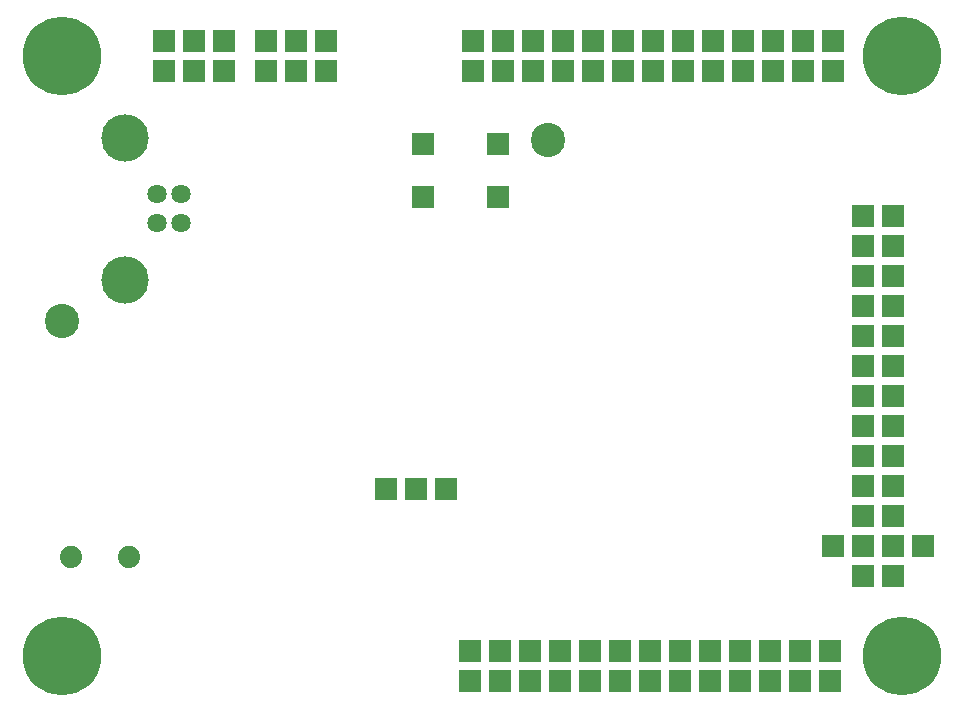
<source format=gbr>
G75*
G70*
%OFA0B0*%
%FSLAX24Y24*%
%IPPOS*%
%LPD*%
%AMOC8*
5,1,8,0,0,1.08239X$1,22.5*
%
%ADD10C,0.0642*%
%ADD11C,0.1580*%
%ADD12C,0.1143*%
%ADD13R,0.0730X0.0730*%
%ADD14C,0.0740*%
%ADD15R,0.0740X0.0740*%
%ADD16C,0.2620*%
D10*
X005713Y017058D03*
X006500Y017058D03*
X006500Y018042D03*
X005713Y018042D03*
D11*
X004650Y019912D03*
X004650Y015188D03*
D12*
X002550Y013800D03*
X018750Y019850D03*
D13*
X018250Y022150D03*
X019250Y022150D03*
X019250Y023150D03*
X018250Y023150D03*
X017250Y023150D03*
X016250Y023150D03*
X016250Y022150D03*
X017250Y022150D03*
X020250Y022150D03*
X021250Y022150D03*
X022250Y022150D03*
X022250Y023150D03*
X021250Y023150D03*
X020250Y023150D03*
X023250Y023150D03*
X024250Y023150D03*
X025250Y023150D03*
X025250Y022150D03*
X024250Y022150D03*
X023250Y022150D03*
X026250Y022150D03*
X027250Y022150D03*
X027250Y023150D03*
X026250Y023150D03*
X028250Y023150D03*
X028250Y022150D03*
X029225Y017300D03*
X030225Y017300D03*
X030225Y016300D03*
X029225Y016300D03*
X029225Y015300D03*
X030225Y015300D03*
X030225Y014300D03*
X029225Y014300D03*
X029225Y013300D03*
X030225Y013300D03*
X030225Y012300D03*
X029225Y012300D03*
X029225Y011300D03*
X030225Y011300D03*
X030225Y010300D03*
X029225Y010300D03*
X029225Y009300D03*
X030225Y009300D03*
X030225Y008300D03*
X029225Y008300D03*
X029227Y007300D03*
X030227Y007300D03*
X030227Y006300D03*
X029227Y006300D03*
X028227Y006300D03*
X029227Y005300D03*
X030227Y005300D03*
X031227Y006300D03*
X028150Y002800D03*
X027150Y002800D03*
X026150Y002800D03*
X026150Y001800D03*
X027150Y001800D03*
X028150Y001800D03*
X025150Y001800D03*
X024150Y001800D03*
X024150Y002800D03*
X025150Y002800D03*
X023150Y002800D03*
X022150Y002800D03*
X021150Y002800D03*
X021150Y001800D03*
X022150Y001800D03*
X023150Y001800D03*
X020150Y001800D03*
X019150Y001800D03*
X018150Y001800D03*
X018150Y002800D03*
X019150Y002800D03*
X020150Y002800D03*
X017150Y002800D03*
X016150Y002800D03*
X016150Y001800D03*
X017150Y001800D03*
X015350Y008200D03*
X014350Y008200D03*
X013350Y008200D03*
X011350Y022150D03*
X010350Y022150D03*
X009350Y022150D03*
X009350Y023150D03*
X010350Y023150D03*
X011350Y023150D03*
X007950Y023150D03*
X006950Y023150D03*
X005950Y023150D03*
X005950Y022150D03*
X006950Y022150D03*
X007950Y022150D03*
D14*
X004761Y005950D03*
X002839Y005950D03*
D15*
X014585Y017939D03*
X014585Y019711D03*
X017065Y019711D03*
X017065Y017939D03*
D16*
X002550Y002650D03*
X002550Y022650D03*
X030550Y022650D03*
X030550Y002650D03*
M02*

</source>
